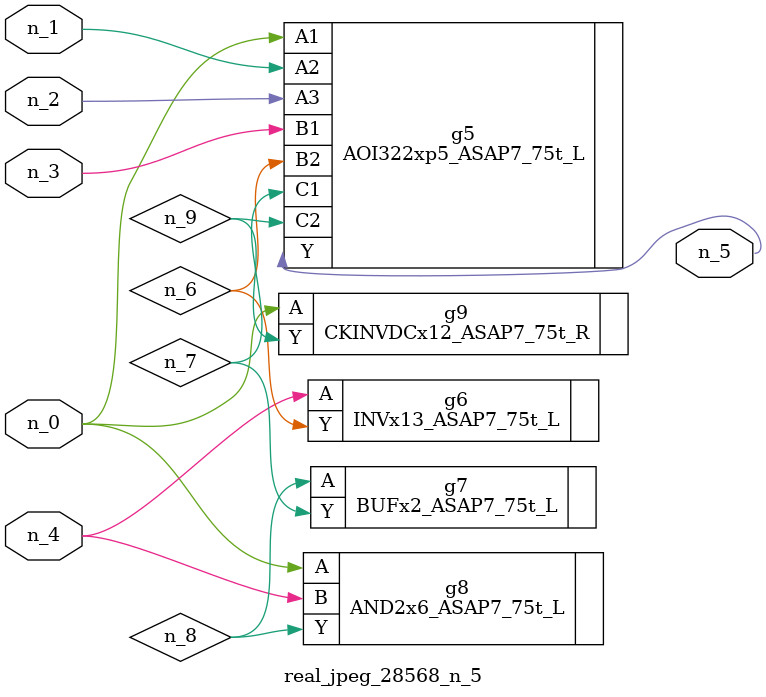
<source format=v>
module real_jpeg_28568_n_5 (n_4, n_0, n_1, n_2, n_3, n_5);

input n_4;
input n_0;
input n_1;
input n_2;
input n_3;

output n_5;

wire n_8;
wire n_6;
wire n_7;
wire n_9;

AOI322xp5_ASAP7_75t_L g5 ( 
.A1(n_0),
.A2(n_1),
.A3(n_2),
.B1(n_3),
.B2(n_6),
.C1(n_7),
.C2(n_9),
.Y(n_5)
);

AND2x6_ASAP7_75t_L g8 ( 
.A(n_0),
.B(n_4),
.Y(n_8)
);

CKINVDCx12_ASAP7_75t_R g9 ( 
.A(n_0),
.Y(n_9)
);

INVx13_ASAP7_75t_L g6 ( 
.A(n_4),
.Y(n_6)
);

BUFx2_ASAP7_75t_L g7 ( 
.A(n_8),
.Y(n_7)
);


endmodule
</source>
